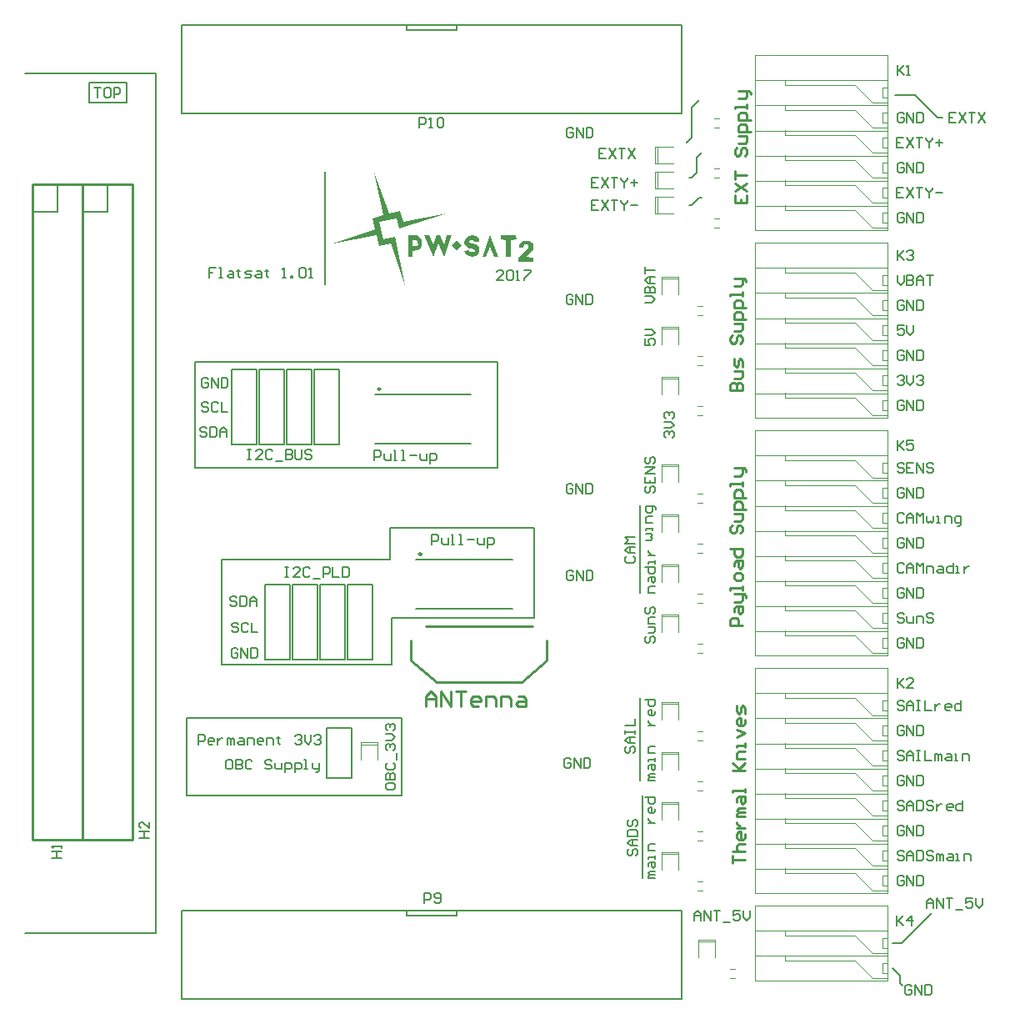
<source format=gto>
G04 Layer_Color=65535*
%FSAX25Y25*%
%MOIN*%
G70*
G01*
G75*
%ADD23C,0.01000*%
%ADD41C,0.00984*%
%ADD42C,0.00819*%
%ADD43C,0.00394*%
%ADD44C,0.00787*%
G36*
X0661590Y0508475D02*
X0659990D01*
X0658390Y0512275D01*
X0656790Y0508475D01*
X0655390D01*
X0658340Y0516975D01*
X0661590Y0508475D01*
D02*
G37*
G36*
X0668990Y0515275D02*
X0666590Y0515075D01*
Y0508475D01*
X0664790D01*
Y0515075D01*
X0662590Y0515275D01*
Y0517075D01*
X0668790D01*
X0668990Y0515275D01*
D02*
G37*
G36*
X0675590Y0513675D02*
Y0511275D01*
X0672590Y0508275D01*
X0675590Y0508075D01*
Y0506475D01*
X0669790D01*
Y0507675D01*
X0670790Y0509075D01*
X0673190Y0511275D01*
X0673790Y0512075D01*
Y0513075D01*
X0672990Y0513475D01*
X0672190Y0513275D01*
X0671790Y0512075D01*
X0669990D01*
X0670190Y0513475D01*
X0671790Y0514875D01*
X0674190D01*
X0675590Y0513675D01*
D02*
G37*
G36*
X0630190Y0516475D02*
X0630990Y0515475D01*
X0631190Y0514475D01*
Y0513475D01*
X0630990Y0512675D01*
X0630590Y0511875D01*
X0629390Y0511075D01*
X0627390Y0510875D01*
Y0508475D01*
X0625590D01*
Y0517075D01*
X0628990D01*
X0630190Y0516475D01*
D02*
G37*
G36*
X0647190Y0513075D02*
X0645090Y0511075D01*
X0643190Y0513075D01*
X0644990Y0514875D01*
X0647190Y0513075D01*
D02*
G37*
G36*
X0653390Y0516275D02*
X0653990Y0515475D01*
Y0514475D01*
X0652390D01*
X0651790Y0515075D01*
X0650390D01*
X0650190Y0514075D01*
X0651590Y0513675D01*
X0652790Y0513275D01*
X0654190Y0512475D01*
Y0510275D01*
X0653390Y0509075D01*
X0651790Y0508475D01*
X0650090Y0508675D01*
X0648590Y0509275D01*
X0647990Y0510875D01*
X0649990Y0511075D01*
X0650190Y0510475D01*
X0651990D01*
X0652590Y0510875D01*
X0652190Y0511475D01*
X0650790Y0511875D01*
X0650190Y0511875D01*
X0648990Y0512675D01*
X0648190Y0513875D01*
X0648390Y0515475D01*
X0649790Y0516875D01*
X0651790Y0517075D01*
X0653390Y0516275D01*
D02*
G37*
G36*
X0618190Y0525675D02*
X0622390Y0526675D01*
X0623790Y0522275D01*
X0641190Y0525675D01*
X0621990Y0519675D01*
X0620990Y0523875D01*
X0613990Y0522275D01*
X0615590Y0515475D01*
X0620390Y0516475D01*
X0624390Y0497075D01*
X0618790Y0513675D01*
X0614190Y0512675D01*
X0612990Y0517075D01*
X0595590Y0513675D01*
X0612390Y0519275D01*
X0611390Y0523675D01*
X0615790Y0525075D01*
X0612190Y0542075D01*
X0618190Y0525675D01*
D02*
G37*
G36*
X0639990Y0508475D02*
X0637590Y0513875D01*
X0635590Y0508475D01*
X0632190Y0517075D01*
X0633990D01*
X0635590Y0513275D01*
X0636990Y0517075D01*
X0638390D01*
X0639990Y0513075D01*
X0641190Y0517075D01*
X0642990D01*
X0639990Y0508475D01*
D02*
G37*
%LPC*%
G36*
X0628990Y0515075D02*
X0627390D01*
Y0512675D01*
X0628590D01*
X0628990Y0512875D01*
X0629590Y0513475D01*
X0629390Y0514475D01*
X0628990Y0515075D01*
D02*
G37*
%LPD*%
D23*
X0626835Y0347223D02*
Y0355236D01*
Y0347223D02*
X0636940Y0338307D01*
X0671060D02*
X0681165Y0347223D01*
Y0355236D01*
X0636940Y0338307D02*
X0670929D01*
X0632740Y0360748D02*
X0675260D01*
X0495434Y0537398D02*
X0515434D01*
X0495434Y0275398D02*
Y0537398D01*
Y0275398D02*
X0515434D01*
X0515433Y0275398D02*
Y0537398D01*
X0475453D02*
X0495453D01*
X0475453Y0275398D02*
Y0537398D01*
Y0275398D02*
X0495453D01*
X0495453Y0275398D02*
Y0537398D01*
X0759244Y0361000D02*
X0754521D01*
Y0363361D01*
X0755308Y0364149D01*
X0756883D01*
X0757670Y0363361D01*
Y0361000D01*
X0756096Y0366510D02*
Y0368084D01*
X0756883Y0368871D01*
X0759244D01*
Y0366510D01*
X0758457Y0365723D01*
X0757670Y0366510D01*
Y0368871D01*
X0756096Y0370446D02*
X0758457D01*
X0759244Y0371233D01*
Y0373594D01*
X0760031D01*
X0760818Y0372807D01*
Y0372020D01*
X0759244Y0373594D02*
X0756096D01*
X0759244Y0375169D02*
Y0376743D01*
Y0375956D01*
X0754521D01*
Y0375169D01*
X0759244Y0379891D02*
Y0381466D01*
X0758457Y0382253D01*
X0756883D01*
X0756096Y0381466D01*
Y0379891D01*
X0756883Y0379104D01*
X0758457D01*
X0759244Y0379891D01*
X0756096Y0384614D02*
Y0386189D01*
X0756883Y0386976D01*
X0759244D01*
Y0384614D01*
X0758457Y0383827D01*
X0757670Y0384614D01*
Y0386976D01*
X0754521Y0391699D02*
X0759244D01*
Y0389337D01*
X0758457Y0388550D01*
X0756883D01*
X0756096Y0389337D01*
Y0391699D01*
X0755308Y0401145D02*
X0754521Y0400357D01*
Y0398783D01*
X0755308Y0397996D01*
X0756096D01*
X0756883Y0398783D01*
Y0400357D01*
X0757670Y0401145D01*
X0758457D01*
X0759244Y0400357D01*
Y0398783D01*
X0758457Y0397996D01*
X0756096Y0402719D02*
X0758457D01*
X0759244Y0403506D01*
Y0405867D01*
X0756096D01*
X0760818Y0407442D02*
X0756096D01*
Y0409803D01*
X0756883Y0410590D01*
X0758457D01*
X0759244Y0409803D01*
Y0407442D01*
X0760818Y0412164D02*
X0756096D01*
Y0414526D01*
X0756883Y0415313D01*
X0758457D01*
X0759244Y0414526D01*
Y0412164D01*
Y0416887D02*
Y0418462D01*
Y0417675D01*
X0754521D01*
Y0416887D01*
X0756096Y0420823D02*
X0758457D01*
X0759244Y0421610D01*
Y0423972D01*
X0760031D01*
X0760818Y0423185D01*
Y0422398D01*
X0759244Y0423972D02*
X0756096D01*
X0754521Y0455000D02*
X0759244D01*
Y0457361D01*
X0758457Y0458149D01*
X0757670D01*
X0756883Y0457361D01*
Y0455000D01*
Y0457361D01*
X0756096Y0458149D01*
X0755308D01*
X0754521Y0457361D01*
Y0455000D01*
X0756096Y0459723D02*
X0758457D01*
X0759244Y0460510D01*
Y0462872D01*
X0756096D01*
X0759244Y0464446D02*
Y0466807D01*
X0758457Y0467594D01*
X0757670Y0466807D01*
Y0465233D01*
X0756883Y0464446D01*
X0756096Y0465233D01*
Y0467594D01*
X0755308Y0477040D02*
X0754521Y0476253D01*
Y0474679D01*
X0755308Y0473891D01*
X0756096D01*
X0756883Y0474679D01*
Y0476253D01*
X0757670Y0477040D01*
X0758457D01*
X0759244Y0476253D01*
Y0474679D01*
X0758457Y0473891D01*
X0756096Y0478614D02*
X0758457D01*
X0759244Y0479402D01*
Y0481763D01*
X0756096D01*
X0760818Y0483337D02*
X0756096D01*
Y0485699D01*
X0756883Y0486486D01*
X0758457D01*
X0759244Y0485699D01*
Y0483337D01*
X0760818Y0488060D02*
X0756096D01*
Y0490422D01*
X0756883Y0491209D01*
X0758457D01*
X0759244Y0490422D01*
Y0488060D01*
Y0492783D02*
Y0494357D01*
Y0493570D01*
X0754521D01*
Y0492783D01*
X0756096Y0496719D02*
X0758457D01*
X0759244Y0497506D01*
Y0499867D01*
X0760031D01*
X0760818Y0499080D01*
Y0498293D01*
X0759244Y0499867D02*
X0756096D01*
X0755521Y0266000D02*
Y0269149D01*
Y0267574D01*
X0760244D01*
X0755521Y0270723D02*
X0760244D01*
X0757883D01*
X0757095Y0271510D01*
Y0273084D01*
X0757883Y0273871D01*
X0760244D01*
Y0277807D02*
Y0276233D01*
X0759457Y0275446D01*
X0757883D01*
X0757095Y0276233D01*
Y0277807D01*
X0757883Y0278594D01*
X0758670D01*
Y0275446D01*
X0757095Y0280169D02*
X0760244D01*
X0758670D01*
X0757883Y0280956D01*
X0757095Y0281743D01*
Y0282530D01*
X0760244Y0284892D02*
X0757095D01*
Y0285679D01*
X0757883Y0286466D01*
X0760244D01*
X0757883D01*
X0757095Y0287253D01*
X0757883Y0288040D01*
X0760244D01*
X0757095Y0290402D02*
Y0291976D01*
X0757883Y0292763D01*
X0760244D01*
Y0290402D01*
X0759457Y0289614D01*
X0758670Y0290402D01*
Y0292763D01*
X0760244Y0294337D02*
Y0295912D01*
Y0295124D01*
X0755521D01*
Y0294337D01*
Y0302996D02*
X0760244D01*
X0758670D01*
X0755521Y0306144D01*
X0757883Y0303783D01*
X0760244Y0306144D01*
Y0307719D02*
X0757095D01*
Y0310080D01*
X0757883Y0310867D01*
X0760244D01*
Y0312442D02*
Y0314016D01*
Y0313229D01*
X0757095D01*
Y0312442D01*
Y0316377D02*
X0760244Y0317952D01*
X0757095Y0319526D01*
X0760244Y0323462D02*
Y0321887D01*
X0759457Y0321100D01*
X0757883D01*
X0757095Y0321887D01*
Y0323462D01*
X0757883Y0324249D01*
X0758670D01*
Y0321100D01*
X0760244Y0325823D02*
Y0328185D01*
X0759457Y0328972D01*
X0758670Y0328185D01*
Y0326610D01*
X0757883Y0325823D01*
X0757095Y0326610D01*
Y0328972D01*
X0756277Y0533149D02*
Y0530000D01*
X0761000D01*
Y0533149D01*
X0758639Y0530000D02*
Y0531574D01*
X0756277Y0534723D02*
X0761000Y0537872D01*
X0756277D02*
X0761000Y0534723D01*
X0756277Y0539446D02*
Y0542594D01*
Y0541020D01*
X0761000D01*
X0757064Y0552040D02*
X0756277Y0551253D01*
Y0549679D01*
X0757064Y0548891D01*
X0757851D01*
X0758639Y0549679D01*
Y0551253D01*
X0759426Y0552040D01*
X0760213D01*
X0761000Y0551253D01*
Y0549679D01*
X0760213Y0548891D01*
X0757851Y0553614D02*
X0760213D01*
X0761000Y0554402D01*
Y0556763D01*
X0757851D01*
X0762574Y0558337D02*
X0757851D01*
Y0560699D01*
X0758639Y0561486D01*
X0760213D01*
X0761000Y0560699D01*
Y0558337D01*
X0762574Y0563060D02*
X0757851D01*
Y0565422D01*
X0758639Y0566209D01*
X0760213D01*
X0761000Y0565422D01*
Y0563060D01*
Y0567783D02*
Y0569357D01*
Y0568570D01*
X0756277D01*
Y0567783D01*
X0757851Y0571719D02*
X0760213D01*
X0761000Y0572506D01*
Y0574867D01*
X0761787D01*
X0762574Y0574080D01*
Y0573293D01*
X0761000Y0574867D02*
X0757851D01*
X0632748Y0328874D02*
Y0332873D01*
X0634747Y0334872D01*
X0636747Y0332873D01*
Y0328874D01*
Y0331873D01*
X0632748D01*
X0638746Y0328874D02*
Y0334872D01*
X0642745Y0328874D01*
Y0334872D01*
X0644744D02*
X0648743D01*
X0646743D01*
Y0328874D01*
X0653741D02*
X0651742D01*
X0650742Y0329874D01*
Y0331873D01*
X0651742Y0332873D01*
X0653741D01*
X0654741Y0331873D01*
Y0330873D01*
X0650742D01*
X0656740Y0328874D02*
Y0332873D01*
X0659739D01*
X0660739Y0331873D01*
Y0328874D01*
X0662738D02*
Y0332873D01*
X0665737D01*
X0666737Y0331873D01*
Y0328874D01*
X0669736Y0332873D02*
X0671735D01*
X0672735Y0331873D01*
Y0328874D01*
X0669736D01*
X0668736Y0329874D01*
X0669736Y0330873D01*
X0672735D01*
D41*
X0614492Y0455600D02*
G03*
X0614492Y0455600I-0000492J0000000D01*
G01*
X0630992Y0389600D02*
G03*
X0630992Y0389600I-0000492J0000000D01*
G01*
D42*
X0592500Y0497500D02*
Y0542500D01*
X0497900Y0578200D02*
X0512900D01*
Y0570200D02*
Y0578200D01*
X0497900Y0570200D02*
X0512900D01*
X0497900D02*
Y0578200D01*
X0719244Y0260000D02*
Y0293000D01*
X0718244Y0299000D02*
Y0332000D01*
Y0374000D02*
Y0409000D01*
X0837244Y0564000D02*
X0839244D01*
X0828244Y0573000D02*
X0837244Y0564000D01*
X0820244Y0573000D02*
X0828244D01*
X0823000Y0234000D02*
X0835000Y0246000D01*
X0819244Y0234000D02*
X0823000D01*
X0822244Y0218000D02*
X0823244Y0217000D01*
X0819244Y0224000D02*
X0822244Y0221000D01*
Y0218000D02*
Y0221000D01*
X0645000Y0599000D02*
Y0601000D01*
X0625000Y0599000D02*
X0645000D01*
X0625000D02*
Y0601000D01*
X0645000Y0245000D02*
Y0247000D01*
X0625000Y0245000D02*
X0645000D01*
X0625000D02*
Y0247000D01*
X0739000Y0556000D02*
Y0568000D01*
X0742000Y0571000D01*
X0738000Y0540000D02*
X0739000D01*
X0741000Y0542000D01*
Y0548000D01*
X0743000Y0550000D01*
X0738000Y0529000D02*
X0739000D01*
X0742000Y0532000D01*
X0743000D01*
X0737000Y0554000D02*
X0739000Y0556000D01*
X0599500Y0466500D02*
X0657000D01*
X0540500Y0424000D02*
Y0466500D01*
Y0424000D02*
X0661500D01*
X0540500Y0466500D02*
X0604000D01*
X0551000Y0324000D02*
X0623000D01*
X0537000Y0293100D02*
Y0324000D01*
Y0293100D02*
X0623000D01*
Y0324000D01*
X0524700Y0238000D02*
Y0581900D01*
X0472400Y0238000D02*
X0524700D01*
X0515000Y0581900D02*
X0524700D01*
X0472500D02*
X0515000D01*
X0661500Y0424000D02*
Y0466500D01*
X0657000D02*
X0661500D01*
X0537000Y0324000D02*
X0551000D01*
Y0345500D02*
X0619000D01*
Y0364000D01*
X0676000D01*
Y0400000D01*
X0618500D02*
X0676000D01*
X0551000Y0345500D02*
Y0387500D01*
X0618500D01*
Y0400000D01*
D43*
X0741653Y0234756D02*
X0748347D01*
X0741653Y0235543D02*
X0748347D01*
X0741653Y0228457D02*
Y0235543D01*
X0748347Y0228457D02*
Y0235543D01*
X0726898Y0424756D02*
X0733591D01*
X0726898Y0425543D02*
X0733591D01*
X0726898Y0418457D02*
Y0425543D01*
X0733591Y0418457D02*
Y0425543D01*
X0726898Y0384756D02*
X0733591D01*
X0726898Y0385543D02*
X0733591D01*
X0726898Y0378457D02*
Y0385543D01*
X0733591Y0378457D02*
Y0385543D01*
X0726898Y0364756D02*
X0733591D01*
X0726898Y0365543D02*
X0733591D01*
X0726898Y0358457D02*
Y0365543D01*
X0733591Y0358457D02*
Y0365543D01*
X0726898Y0329756D02*
X0733591D01*
X0726898Y0330543D02*
X0733591D01*
X0726898Y0323457D02*
Y0330543D01*
X0733591Y0323457D02*
Y0330543D01*
X0726898Y0309756D02*
X0733591D01*
X0726898Y0310543D02*
X0733591D01*
X0726898Y0303457D02*
Y0310543D01*
X0733591Y0303457D02*
Y0310543D01*
X0726898Y0289756D02*
X0733591D01*
X0726898Y0290543D02*
X0733591D01*
X0726898Y0283457D02*
Y0290543D01*
X0733591Y0283457D02*
Y0290543D01*
X0726898Y0269756D02*
X0733591D01*
X0726898Y0270543D02*
X0733591D01*
X0726898Y0263457D02*
Y0270543D01*
X0733591Y0263457D02*
Y0270543D01*
X0726898Y0499756D02*
X0733591D01*
X0726898Y0500543D02*
X0733591D01*
X0726898Y0493457D02*
Y0500543D01*
X0733591Y0493457D02*
Y0500543D01*
X0726898Y0479756D02*
X0733591D01*
X0726898Y0480543D02*
X0733591D01*
X0726898Y0473457D02*
Y0480543D01*
X0733591Y0473457D02*
Y0480543D01*
X0726898Y0459756D02*
X0733591D01*
X0726898Y0460543D02*
X0733591D01*
X0726898Y0453457D02*
Y0460543D01*
X0733591Y0453457D02*
Y0460543D01*
X0764244Y0219000D02*
Y0249000D01*
X0817244Y0219000D02*
Y0249000D01*
X0764244Y0219000D02*
X0817244D01*
X0764244Y0249000D02*
X0817244D01*
X0764244Y0239000D02*
X0817244D01*
X0764244Y0229000D02*
X0817244D01*
X0811244Y0220000D02*
X0817244D01*
X0804244Y0227000D02*
X0811244Y0220000D01*
X0776244Y0227000D02*
X0804244D01*
X0776244D02*
Y0229000D01*
X0811244Y0230000D02*
X0817244D01*
X0804244Y0237000D02*
X0811244Y0230000D01*
X0776244Y0237000D02*
X0804244D01*
X0776244D02*
Y0239000D01*
X0815244Y0232000D02*
X0817244D01*
X0815244D02*
Y0236000D01*
X0817244D01*
X0815244Y0222000D02*
X0817244D01*
X0815244D02*
Y0226000D01*
X0817244D01*
X0815244Y0542000D02*
Y0546000D01*
X0776244Y0547000D02*
Y0549000D01*
Y0547000D02*
X0804244D01*
X0811244Y0540000D01*
X0815244Y0546000D02*
X0817244D01*
X0815244Y0542000D02*
X0817244D01*
X0811244Y0540000D02*
X0817244D01*
X0764244Y0548900D02*
X0817244D01*
X0815244Y0566000D02*
X0817244D01*
X0815244Y0562000D02*
Y0566000D01*
Y0562000D02*
X0817244D01*
X0815244Y0576000D02*
X0817244D01*
X0815244Y0572000D02*
Y0576000D01*
Y0572000D02*
X0817244D01*
X0776244Y0577000D02*
Y0579000D01*
Y0577000D02*
X0804244D01*
X0811244Y0570000D01*
X0817244D01*
X0776244Y0567000D02*
Y0569000D01*
Y0567000D02*
X0804244D01*
X0811244Y0560000D01*
X0817244D01*
X0764244Y0569000D02*
X0817244D01*
X0764244Y0579000D02*
X0817244D01*
X0764244Y0589000D02*
X0817244D01*
Y0519100D02*
Y0589000D01*
X0815244Y0552000D02*
Y0556000D01*
X0776244Y0557000D02*
Y0559000D01*
Y0557000D02*
X0804244D01*
X0811244Y0550000D01*
X0815244Y0556000D02*
X0817244D01*
X0815244Y0552000D02*
X0817244D01*
X0811244Y0550000D02*
X0817244D01*
X0764244Y0519100D02*
Y0589000D01*
Y0558900D02*
X0817244D01*
X0815244Y0532000D02*
Y0536000D01*
X0776244Y0537000D02*
Y0539000D01*
Y0537000D02*
X0804244D01*
X0811244Y0530000D01*
X0815244Y0536000D02*
X0817244D01*
X0815244Y0532000D02*
X0817244D01*
X0811244Y0530000D02*
X0817244D01*
X0764244Y0538900D02*
X0817244D01*
X0815244Y0522000D02*
Y0526000D01*
X0776244Y0527000D02*
Y0529000D01*
Y0527000D02*
X0804244D01*
X0811244Y0520000D01*
X0815244Y0526000D02*
X0817244D01*
X0815244Y0522000D02*
X0817244D01*
X0811244Y0520000D02*
X0817244D01*
X0764244Y0519000D02*
X0817244D01*
X0764244Y0528900D02*
X0817244D01*
X0815244Y0362000D02*
Y0366000D01*
X0776244Y0367000D02*
Y0369000D01*
Y0367000D02*
X0804244D01*
X0811244Y0360000D01*
X0815244Y0366000D02*
X0817244D01*
X0815244Y0362000D02*
X0817244D01*
X0811244Y0360000D02*
X0817244D01*
X0764244Y0368900D02*
X0817244D01*
X0815244Y0392000D02*
Y0396000D01*
X0776244Y0397000D02*
Y0399000D01*
Y0397000D02*
X0804244D01*
X0811244Y0390000D01*
X0815244Y0396000D02*
X0817244D01*
X0815244Y0392000D02*
X0817244D01*
X0811244Y0390000D02*
X0817244D01*
X0764244Y0398900D02*
X0817244D01*
X0815244Y0416000D02*
X0817244D01*
X0815244Y0412000D02*
Y0416000D01*
Y0412000D02*
X0817244D01*
X0815244Y0426000D02*
X0817244D01*
X0815244Y0422000D02*
Y0426000D01*
Y0422000D02*
X0817244D01*
X0776244Y0427000D02*
Y0429000D01*
Y0427000D02*
X0804244D01*
X0811244Y0420000D01*
X0817244D01*
X0776244Y0417000D02*
Y0419000D01*
Y0417000D02*
X0804244D01*
X0811244Y0410000D01*
X0817244D01*
X0764244Y0419000D02*
X0817244D01*
X0764244Y0429000D02*
X0817244D01*
X0764244Y0439000D02*
X0817244D01*
Y0349100D02*
Y0439000D01*
X0815244Y0402000D02*
Y0406000D01*
X0776244Y0407000D02*
Y0409000D01*
Y0407000D02*
X0804244D01*
X0811244Y0400000D01*
X0815244Y0406000D02*
X0817244D01*
X0815244Y0402000D02*
X0817244D01*
X0811244Y0400000D02*
X0817244D01*
X0764244Y0349100D02*
Y0439000D01*
Y0408900D02*
X0817244D01*
X0815244Y0382000D02*
Y0386000D01*
X0776244Y0387000D02*
Y0389000D01*
Y0387000D02*
X0804244D01*
X0811244Y0380000D01*
X0815244Y0386000D02*
X0817244D01*
X0815244Y0382000D02*
X0817244D01*
X0811244Y0380000D02*
X0817244D01*
X0764244Y0388900D02*
X0817244D01*
X0815244Y0372000D02*
Y0376000D01*
X0776244Y0377000D02*
Y0379000D01*
Y0377000D02*
X0804244D01*
X0811244Y0370000D01*
X0815244Y0376000D02*
X0817244D01*
X0815244Y0372000D02*
X0817244D01*
X0811244Y0370000D02*
X0817244D01*
X0764244Y0378900D02*
X0817244D01*
X0815244Y0352000D02*
Y0356000D01*
X0776244Y0357000D02*
Y0359000D01*
Y0357000D02*
X0804244D01*
X0811244Y0350000D01*
X0815244Y0356000D02*
X0817244D01*
X0815244Y0352000D02*
X0817244D01*
X0811244Y0350000D02*
X0817244D01*
X0764244Y0349000D02*
X0817244D01*
X0764244Y0358900D02*
X0817244D01*
X0815244Y0467000D02*
Y0471000D01*
X0776244Y0472000D02*
Y0474000D01*
Y0472000D02*
X0804244D01*
X0811244Y0465000D01*
X0815244Y0471000D02*
X0817244D01*
X0815244Y0467000D02*
X0817244D01*
X0811244Y0465000D02*
X0817244D01*
X0764244Y0473900D02*
X0817244D01*
X0815244Y0491000D02*
X0817244D01*
X0815244Y0487000D02*
Y0491000D01*
Y0487000D02*
X0817244D01*
X0815244Y0501000D02*
X0817244D01*
X0815244Y0497000D02*
Y0501000D01*
Y0497000D02*
X0817244D01*
X0776244Y0502000D02*
Y0504000D01*
Y0502000D02*
X0804244D01*
X0811244Y0495000D01*
X0817244D01*
X0776244Y0492000D02*
Y0494000D01*
Y0492000D02*
X0804244D01*
X0811244Y0485000D01*
X0817244D01*
X0764244Y0494000D02*
X0817244D01*
X0764244Y0504000D02*
X0817244D01*
X0764244Y0514000D02*
X0817244D01*
Y0444100D02*
Y0514000D01*
X0815244Y0477000D02*
Y0481000D01*
X0776244Y0482000D02*
Y0484000D01*
Y0482000D02*
X0804244D01*
X0811244Y0475000D01*
X0815244Y0481000D02*
X0817244D01*
X0815244Y0477000D02*
X0817244D01*
X0811244Y0475000D02*
X0817244D01*
X0764244Y0444100D02*
Y0514000D01*
Y0483900D02*
X0817244D01*
X0815244Y0457000D02*
Y0461000D01*
X0776244Y0462000D02*
Y0464000D01*
Y0462000D02*
X0804244D01*
X0811244Y0455000D01*
X0815244Y0461000D02*
X0817244D01*
X0815244Y0457000D02*
X0817244D01*
X0811244Y0455000D02*
X0817244D01*
X0764244Y0463900D02*
X0817244D01*
X0815244Y0447000D02*
Y0451000D01*
X0776244Y0452000D02*
Y0454000D01*
Y0452000D02*
X0804244D01*
X0811244Y0445000D01*
X0815244Y0451000D02*
X0817244D01*
X0815244Y0447000D02*
X0817244D01*
X0811244Y0445000D02*
X0817244D01*
X0764244Y0444000D02*
X0817244D01*
X0764244Y0453900D02*
X0817244D01*
X0815244Y0267000D02*
Y0271000D01*
X0776244Y0272000D02*
Y0274000D01*
Y0272000D02*
X0804244D01*
X0811244Y0265000D01*
X0815244Y0271000D02*
X0817244D01*
X0815244Y0267000D02*
X0817244D01*
X0811244Y0265000D02*
X0817244D01*
X0764244Y0273900D02*
X0817244D01*
X0815244Y0297000D02*
Y0301000D01*
X0776244Y0302000D02*
Y0304000D01*
Y0302000D02*
X0804244D01*
X0811244Y0295000D01*
X0815244Y0301000D02*
X0817244D01*
X0815244Y0297000D02*
X0817244D01*
X0811244Y0295000D02*
X0817244D01*
X0764244Y0303900D02*
X0817244D01*
X0815244Y0321000D02*
X0817244D01*
X0815244Y0317000D02*
Y0321000D01*
Y0317000D02*
X0817244D01*
X0815244Y0331000D02*
X0817244D01*
X0815244Y0327000D02*
Y0331000D01*
Y0327000D02*
X0817244D01*
X0776244Y0332000D02*
Y0334000D01*
Y0332000D02*
X0804244D01*
X0811244Y0325000D01*
X0817244D01*
X0776244Y0322000D02*
Y0324000D01*
Y0322000D02*
X0804244D01*
X0811244Y0315000D01*
X0817244D01*
X0764244Y0324000D02*
X0817244D01*
X0764244Y0334000D02*
X0817244D01*
X0764244Y0344000D02*
X0817244D01*
Y0254100D02*
Y0344000D01*
X0815244Y0307000D02*
Y0311000D01*
X0776244Y0312000D02*
Y0314000D01*
Y0312000D02*
X0804244D01*
X0811244Y0305000D01*
X0815244Y0311000D02*
X0817244D01*
X0815244Y0307000D02*
X0817244D01*
X0811244Y0305000D02*
X0817244D01*
X0764244Y0254100D02*
Y0344000D01*
Y0313900D02*
X0817244D01*
X0815244Y0287000D02*
Y0291000D01*
X0776244Y0292000D02*
Y0294000D01*
Y0292000D02*
X0804244D01*
X0811244Y0285000D01*
X0815244Y0291000D02*
X0817244D01*
X0815244Y0287000D02*
X0817244D01*
X0811244Y0285000D02*
X0817244D01*
X0764244Y0293900D02*
X0817244D01*
X0815244Y0277000D02*
Y0281000D01*
X0776244Y0282000D02*
Y0284000D01*
Y0282000D02*
X0804244D01*
X0811244Y0275000D01*
X0815244Y0281000D02*
X0817244D01*
X0815244Y0277000D02*
X0817244D01*
X0811244Y0275000D02*
X0817244D01*
X0764244Y0283900D02*
X0817244D01*
X0815244Y0257000D02*
Y0261000D01*
X0776244Y0262000D02*
Y0264000D01*
Y0262000D02*
X0804244D01*
X0811244Y0255000D01*
X0815244Y0261000D02*
X0817244D01*
X0815244Y0257000D02*
X0817244D01*
X0811244Y0255000D02*
X0817244D01*
X0764244Y0254000D02*
X0817244D01*
X0764244Y0263900D02*
X0817244D01*
X0754472Y0220228D02*
X0756441D01*
X0754472Y0223772D02*
X0756441D01*
X0741260Y0370228D02*
X0743228D01*
X0741260Y0373772D02*
X0743228D01*
X0741260Y0390228D02*
X0743228D01*
X0741260Y0393772D02*
X0743228D01*
X0741260Y0350228D02*
X0743228D01*
X0741260Y0353772D02*
X0743228D01*
X0741260Y0410228D02*
X0743228D01*
X0741260Y0413772D02*
X0743228D01*
X0741260Y0315228D02*
X0743228D01*
X0741260Y0318772D02*
X0743228D01*
X0741260Y0295228D02*
X0743228D01*
X0741260Y0298772D02*
X0743228D01*
X0741260Y0275228D02*
X0743228D01*
X0741260Y0278772D02*
X0743228D01*
X0741260Y0255228D02*
X0743228D01*
X0741260Y0258772D02*
X0743228D01*
X0741260Y0485228D02*
X0743228D01*
X0741260Y0488772D02*
X0743228D01*
X0741260Y0465228D02*
X0743228D01*
X0741260Y0468772D02*
X0743228D01*
X0741260Y0445228D02*
X0743228D01*
X0741260Y0448772D02*
X0743228D01*
X0726898Y0404756D02*
X0733591D01*
X0726898Y0405543D02*
X0733591D01*
X0726898Y0398457D02*
Y0405543D01*
X0733591Y0398457D02*
Y0405543D01*
X0748016Y0563772D02*
X0749984D01*
X0748016Y0560228D02*
X0749984D01*
X0748016Y0543772D02*
X0749984D01*
X0748016Y0540228D02*
X0749984D01*
X0748016Y0523772D02*
X0749984D01*
X0748016Y0520228D02*
X0749984D01*
X0724457Y0552347D02*
X0731543D01*
X0724457Y0545653D02*
X0731543D01*
X0724457D02*
Y0552347D01*
X0725244Y0545653D02*
Y0552347D01*
X0724457Y0542346D02*
X0731543D01*
X0724457Y0535653D02*
X0731543D01*
X0724457D02*
Y0542346D01*
X0725244Y0535653D02*
Y0542346D01*
X0724457Y0532346D02*
X0731543D01*
X0724457Y0525654D02*
X0731543D01*
X0724457D02*
Y0532346D01*
X0725244Y0525654D02*
Y0532346D01*
X0613447Y0307257D02*
Y0314343D01*
X0606753Y0307257D02*
Y0314343D01*
X0613447D01*
X0606753Y0313556D02*
X0613447D01*
D44*
X0612209Y0453303D02*
X0650792D01*
X0612209Y0433697D02*
X0650792D01*
X0628709Y0387303D02*
X0667291D01*
X0628709Y0367697D02*
X0667291D01*
X0566000Y0463500D02*
X0576000D01*
Y0433500D02*
Y0463500D01*
X0566000Y0433500D02*
X0576000D01*
X0566000D02*
Y0463500D01*
X0555000D02*
X0565000D01*
Y0433500D02*
Y0463500D01*
X0555000Y0433500D02*
X0565000D01*
X0555000D02*
Y0463500D01*
X0577000D02*
X0587000D01*
Y0433500D02*
Y0463500D01*
X0577000Y0433500D02*
X0587000D01*
X0577000D02*
Y0463500D01*
X0590500Y0347500D02*
X0600500D01*
X0590500D02*
Y0377500D01*
X0600500D01*
Y0347500D02*
Y0377500D01*
X0568500Y0347500D02*
X0578500D01*
X0568500D02*
Y0377500D01*
X0578500D01*
Y0347500D02*
Y0377500D01*
X0535000Y0601000D02*
X0735000D01*
X0535000Y0565900D02*
X0735000D01*
Y0601000D01*
X0535000Y0565900D02*
Y0601000D01*
Y0247000D02*
X0735000D01*
X0535000Y0211900D02*
X0735000D01*
Y0247000D01*
X0535000Y0211900D02*
Y0247000D01*
X0601500Y0347500D02*
X0611500D01*
X0601500D02*
Y0377500D01*
X0611500D01*
Y0347500D02*
Y0377500D01*
X0588000Y0463500D02*
X0598000D01*
Y0433500D02*
Y0463500D01*
X0588000Y0433500D02*
X0598000D01*
X0588000D02*
Y0463500D01*
X0495433Y0526398D02*
X0505433D01*
Y0537398D01*
X0475453Y0526398D02*
X0485453D01*
Y0537398D01*
X0603200Y0300000D02*
Y0320000D01*
X0593200D02*
X0603200D01*
X0593200Y0300000D02*
Y0320000D01*
Y0300000D02*
X0603200D01*
X0579500Y0347500D02*
X0589500D01*
X0579500D02*
Y0377500D01*
X0589500D01*
Y0347500D02*
Y0377500D01*
X0691524Y0417180D02*
X0690868Y0417836D01*
X0689556D01*
X0688900Y0417180D01*
Y0414556D01*
X0689556Y0413900D01*
X0690868D01*
X0691524Y0414556D01*
Y0415868D01*
X0690212D01*
X0692836Y0413900D02*
Y0417836D01*
X0695460Y0413900D01*
Y0417836D01*
X0696771D02*
Y0413900D01*
X0698739D01*
X0699395Y0414556D01*
Y0417180D01*
X0698739Y0417836D01*
X0696771D01*
X0690624Y0307280D02*
X0689968Y0307936D01*
X0688656D01*
X0688000Y0307280D01*
Y0304656D01*
X0688656Y0304000D01*
X0689968D01*
X0690624Y0304656D01*
Y0305968D01*
X0689312D01*
X0691936Y0304000D02*
Y0307936D01*
X0694560Y0304000D01*
Y0307936D01*
X0695871D02*
Y0304000D01*
X0697839D01*
X0698495Y0304656D01*
Y0307280D01*
X0697839Y0307936D01*
X0695871D01*
X0691524Y0492780D02*
X0690868Y0493436D01*
X0689556D01*
X0688900Y0492780D01*
Y0490156D01*
X0689556Y0489500D01*
X0690868D01*
X0691524Y0490156D01*
Y0491468D01*
X0690212D01*
X0692836Y0489500D02*
Y0493436D01*
X0695460Y0489500D01*
Y0493436D01*
X0696771D02*
Y0489500D01*
X0698739D01*
X0699395Y0490156D01*
Y0492780D01*
X0698739Y0493436D01*
X0696771D01*
X0691624Y0559280D02*
X0690968Y0559936D01*
X0689656D01*
X0689000Y0559280D01*
Y0556656D01*
X0689656Y0556000D01*
X0690968D01*
X0691624Y0556656D01*
Y0557968D01*
X0690312D01*
X0692936Y0556000D02*
Y0559936D01*
X0695560Y0556000D01*
Y0559936D01*
X0696872D02*
Y0556000D01*
X0698839D01*
X0699495Y0556656D01*
Y0559280D01*
X0698839Y0559936D01*
X0696872D01*
X0691624Y0382280D02*
X0690968Y0382936D01*
X0689656D01*
X0689000Y0382280D01*
Y0379656D01*
X0689656Y0379000D01*
X0690968D01*
X0691624Y0379656D01*
Y0380968D01*
X0690312D01*
X0692936Y0379000D02*
Y0382936D01*
X0695560Y0379000D01*
Y0382936D01*
X0696872D02*
Y0379000D01*
X0698839D01*
X0699495Y0379656D01*
Y0382280D01*
X0698839Y0382936D01*
X0696872D01*
X0823868Y0425280D02*
X0823212Y0425936D01*
X0821900D01*
X0821244Y0425280D01*
Y0424624D01*
X0821900Y0423968D01*
X0823212D01*
X0823868Y0423312D01*
Y0422656D01*
X0823212Y0422000D01*
X0821900D01*
X0821244Y0422656D01*
X0827804Y0425936D02*
X0825180D01*
Y0422000D01*
X0827804D01*
X0825180Y0423968D02*
X0826492D01*
X0829116Y0422000D02*
Y0425936D01*
X0831739Y0422000D01*
Y0425936D01*
X0835675Y0425280D02*
X0835019Y0425936D01*
X0833707D01*
X0833051Y0425280D01*
Y0424624D01*
X0833707Y0423968D01*
X0835019D01*
X0835675Y0423312D01*
Y0422656D01*
X0835019Y0422000D01*
X0833707D01*
X0833051Y0422656D01*
X0823868Y0405280D02*
X0823212Y0405936D01*
X0821900D01*
X0821244Y0405280D01*
Y0402656D01*
X0821900Y0402000D01*
X0823212D01*
X0823868Y0402656D01*
X0825180Y0402000D02*
Y0404624D01*
X0826492Y0405936D01*
X0827804Y0404624D01*
Y0402000D01*
Y0403968D01*
X0825180D01*
X0829116Y0402000D02*
Y0405936D01*
X0830427Y0404624D01*
X0831739Y0405936D01*
Y0402000D01*
X0833051Y0404624D02*
Y0402656D01*
X0833707Y0402000D01*
X0834363Y0402656D01*
X0835019Y0402000D01*
X0835675Y0402656D01*
Y0404624D01*
X0836987Y0402000D02*
X0838299D01*
X0837643D01*
Y0404624D01*
X0836987D01*
X0840267Y0402000D02*
Y0404624D01*
X0842235D01*
X0842891Y0403968D01*
Y0402000D01*
X0845514Y0400688D02*
X0846170D01*
X0846826Y0401344D01*
Y0404624D01*
X0844858D01*
X0844203Y0403968D01*
Y0402656D01*
X0844858Y0402000D01*
X0846826D01*
X0823868Y0385280D02*
X0823212Y0385936D01*
X0821900D01*
X0821244Y0385280D01*
Y0382656D01*
X0821900Y0382000D01*
X0823212D01*
X0823868Y0382656D01*
X0825180Y0382000D02*
Y0384624D01*
X0826492Y0385936D01*
X0827804Y0384624D01*
Y0382000D01*
Y0383968D01*
X0825180D01*
X0829116Y0382000D02*
Y0385936D01*
X0830427Y0384624D01*
X0831739Y0385936D01*
Y0382000D01*
X0833051D02*
Y0384624D01*
X0835019D01*
X0835675Y0383968D01*
Y0382000D01*
X0837643Y0384624D02*
X0838955D01*
X0839611Y0383968D01*
Y0382000D01*
X0837643D01*
X0836987Y0382656D01*
X0837643Y0383312D01*
X0839611D01*
X0843547Y0385936D02*
Y0382000D01*
X0841579D01*
X0840923Y0382656D01*
Y0383968D01*
X0841579Y0384624D01*
X0843547D01*
X0844858Y0382000D02*
X0846170D01*
X0845514D01*
Y0384624D01*
X0844858D01*
X0848138D02*
Y0382000D01*
Y0383312D01*
X0848794Y0383968D01*
X0849450Y0384624D01*
X0850106D01*
X0823868Y0365280D02*
X0823212Y0365936D01*
X0821900D01*
X0821244Y0365280D01*
Y0364624D01*
X0821900Y0363968D01*
X0823212D01*
X0823868Y0363312D01*
Y0362656D01*
X0823212Y0362000D01*
X0821900D01*
X0821244Y0362656D01*
X0825180Y0364624D02*
Y0362656D01*
X0825836Y0362000D01*
X0827804D01*
Y0364624D01*
X0829116Y0362000D02*
Y0364624D01*
X0831083D01*
X0831739Y0363968D01*
Y0362000D01*
X0835675Y0365280D02*
X0835019Y0365936D01*
X0833707D01*
X0833051Y0365280D01*
Y0364624D01*
X0833707Y0363968D01*
X0835019D01*
X0835675Y0363312D01*
Y0362656D01*
X0835019Y0362000D01*
X0833707D01*
X0833051Y0362656D01*
X0821244Y0460280D02*
X0821900Y0460936D01*
X0823212D01*
X0823868Y0460280D01*
Y0459624D01*
X0823212Y0458968D01*
X0822556D01*
X0823212D01*
X0823868Y0458312D01*
Y0457656D01*
X0823212Y0457000D01*
X0821900D01*
X0821244Y0457656D01*
X0825180Y0460936D02*
Y0458312D01*
X0826492Y0457000D01*
X0827804Y0458312D01*
Y0460936D01*
X0829116Y0460280D02*
X0829772Y0460936D01*
X0831083D01*
X0831739Y0460280D01*
Y0459624D01*
X0831083Y0458968D01*
X0830427D01*
X0831083D01*
X0831739Y0458312D01*
Y0457656D01*
X0831083Y0457000D01*
X0829772D01*
X0829116Y0457656D01*
X0823868Y0480936D02*
X0821244D01*
Y0478968D01*
X0822556Y0479624D01*
X0823212D01*
X0823868Y0478968D01*
Y0477656D01*
X0823212Y0477000D01*
X0821900D01*
X0821244Y0477656D01*
X0825180Y0480936D02*
Y0478312D01*
X0826492Y0477000D01*
X0827804Y0478312D01*
Y0480936D01*
X0821244Y0500936D02*
Y0498312D01*
X0822556Y0497000D01*
X0823868Y0498312D01*
Y0500936D01*
X0825180D02*
Y0497000D01*
X0827148D01*
X0827804Y0497656D01*
Y0498312D01*
X0827148Y0498968D01*
X0825180D01*
X0827148D01*
X0827804Y0499624D01*
Y0500280D01*
X0827148Y0500936D01*
X0825180D01*
X0829116Y0497000D02*
Y0499624D01*
X0830427Y0500936D01*
X0831739Y0499624D01*
Y0497000D01*
Y0498968D01*
X0829116D01*
X0833051Y0500936D02*
X0835675D01*
X0834363D01*
Y0497000D01*
X0833000Y0248000D02*
Y0250624D01*
X0834312Y0251936D01*
X0835624Y0250624D01*
Y0248000D01*
Y0249968D01*
X0833000D01*
X0836936Y0248000D02*
Y0251936D01*
X0839560Y0248000D01*
Y0251936D01*
X0840872D02*
X0843495D01*
X0842183D01*
Y0248000D01*
X0844807Y0247344D02*
X0847431D01*
X0851367Y0251936D02*
X0848743D01*
Y0249968D01*
X0850055Y0250624D01*
X0850711D01*
X0851367Y0249968D01*
Y0248656D01*
X0850711Y0248000D01*
X0849399D01*
X0848743Y0248656D01*
X0852679Y0251936D02*
Y0249312D01*
X0853991Y0248000D01*
X0855303Y0249312D01*
Y0251936D01*
X0823868Y0310280D02*
X0823212Y0310936D01*
X0821900D01*
X0821244Y0310280D01*
Y0309624D01*
X0821900Y0308968D01*
X0823212D01*
X0823868Y0308312D01*
Y0307656D01*
X0823212Y0307000D01*
X0821900D01*
X0821244Y0307656D01*
X0825180Y0307000D02*
Y0309624D01*
X0826492Y0310936D01*
X0827804Y0309624D01*
Y0307000D01*
Y0308968D01*
X0825180D01*
X0829116Y0310936D02*
X0830427D01*
X0829772D01*
Y0307000D01*
X0829116D01*
X0830427D01*
X0832395Y0310936D02*
Y0307000D01*
X0835019D01*
X0836331D02*
Y0309624D01*
X0836987D01*
X0837643Y0308968D01*
Y0307000D01*
Y0308968D01*
X0838299Y0309624D01*
X0838955Y0308968D01*
Y0307000D01*
X0840923Y0309624D02*
X0842235D01*
X0842891Y0308968D01*
Y0307000D01*
X0840923D01*
X0840267Y0307656D01*
X0840923Y0308312D01*
X0842891D01*
X0844203Y0307000D02*
X0845514D01*
X0844858D01*
Y0309624D01*
X0844203D01*
X0847482Y0307000D02*
Y0309624D01*
X0849450D01*
X0850106Y0308968D01*
Y0307000D01*
X0823868Y0330280D02*
X0823212Y0330936D01*
X0821900D01*
X0821244Y0330280D01*
Y0329624D01*
X0821900Y0328968D01*
X0823212D01*
X0823868Y0328312D01*
Y0327656D01*
X0823212Y0327000D01*
X0821900D01*
X0821244Y0327656D01*
X0825180Y0327000D02*
Y0329624D01*
X0826492Y0330936D01*
X0827804Y0329624D01*
Y0327000D01*
Y0328968D01*
X0825180D01*
X0829116Y0330936D02*
X0830427D01*
X0829772D01*
Y0327000D01*
X0829116D01*
X0830427D01*
X0832395Y0330936D02*
Y0327000D01*
X0835019D01*
X0836331Y0329624D02*
Y0327000D01*
Y0328312D01*
X0836987Y0328968D01*
X0837643Y0329624D01*
X0838299D01*
X0842235Y0327000D02*
X0840923D01*
X0840267Y0327656D01*
Y0328968D01*
X0840923Y0329624D01*
X0842235D01*
X0842891Y0328968D01*
Y0328312D01*
X0840267D01*
X0846826Y0330936D02*
Y0327000D01*
X0844858D01*
X0844203Y0327656D01*
Y0328968D01*
X0844858Y0329624D01*
X0846826D01*
X0823868Y0270280D02*
X0823212Y0270936D01*
X0821900D01*
X0821244Y0270280D01*
Y0269624D01*
X0821900Y0268968D01*
X0823212D01*
X0823868Y0268312D01*
Y0267656D01*
X0823212Y0267000D01*
X0821900D01*
X0821244Y0267656D01*
X0825180Y0267000D02*
Y0269624D01*
X0826492Y0270936D01*
X0827804Y0269624D01*
Y0267000D01*
Y0268968D01*
X0825180D01*
X0829116Y0270936D02*
Y0267000D01*
X0831083D01*
X0831739Y0267656D01*
Y0270280D01*
X0831083Y0270936D01*
X0829116D01*
X0835675Y0270280D02*
X0835019Y0270936D01*
X0833707D01*
X0833051Y0270280D01*
Y0269624D01*
X0833707Y0268968D01*
X0835019D01*
X0835675Y0268312D01*
Y0267656D01*
X0835019Y0267000D01*
X0833707D01*
X0833051Y0267656D01*
X0836987Y0267000D02*
Y0269624D01*
X0837643D01*
X0838299Y0268968D01*
Y0267000D01*
Y0268968D01*
X0838955Y0269624D01*
X0839611Y0268968D01*
Y0267000D01*
X0841579Y0269624D02*
X0842891D01*
X0843547Y0268968D01*
Y0267000D01*
X0841579D01*
X0840923Y0267656D01*
X0841579Y0268312D01*
X0843547D01*
X0844858Y0267000D02*
X0846170D01*
X0845514D01*
Y0269624D01*
X0844858D01*
X0848138Y0267000D02*
Y0269624D01*
X0850106D01*
X0850762Y0268968D01*
Y0267000D01*
X0823868Y0290280D02*
X0823212Y0290936D01*
X0821900D01*
X0821244Y0290280D01*
Y0289624D01*
X0821900Y0288968D01*
X0823212D01*
X0823868Y0288312D01*
Y0287656D01*
X0823212Y0287000D01*
X0821900D01*
X0821244Y0287656D01*
X0825180Y0287000D02*
Y0289624D01*
X0826492Y0290936D01*
X0827804Y0289624D01*
Y0287000D01*
Y0288968D01*
X0825180D01*
X0829116Y0290936D02*
Y0287000D01*
X0831083D01*
X0831739Y0287656D01*
Y0290280D01*
X0831083Y0290936D01*
X0829116D01*
X0835675Y0290280D02*
X0835019Y0290936D01*
X0833707D01*
X0833051Y0290280D01*
Y0289624D01*
X0833707Y0288968D01*
X0835019D01*
X0835675Y0288312D01*
Y0287656D01*
X0835019Y0287000D01*
X0833707D01*
X0833051Y0287656D01*
X0836987Y0289624D02*
Y0287000D01*
Y0288312D01*
X0837643Y0288968D01*
X0838299Y0289624D01*
X0838955D01*
X0842891Y0287000D02*
X0841579D01*
X0840923Y0287656D01*
Y0288968D01*
X0841579Y0289624D01*
X0842891D01*
X0843547Y0288968D01*
Y0288312D01*
X0840923D01*
X0847482Y0290936D02*
Y0287000D01*
X0845514D01*
X0844858Y0287656D01*
Y0288968D01*
X0845514Y0289624D01*
X0847482D01*
X0844624Y0565936D02*
X0842000D01*
Y0562000D01*
X0844624D01*
X0842000Y0563968D02*
X0843312D01*
X0845936Y0565936D02*
X0848560Y0562000D01*
Y0565936D02*
X0845936Y0562000D01*
X0849872Y0565936D02*
X0852495D01*
X0851183D01*
Y0562000D01*
X0853807Y0565936D02*
X0856431Y0562000D01*
Y0565936D02*
X0853807Y0562000D01*
X0823624Y0555936D02*
X0821000D01*
Y0552000D01*
X0823624D01*
X0821000Y0553968D02*
X0822312D01*
X0824936Y0555936D02*
X0827560Y0552000D01*
Y0555936D02*
X0824936Y0552000D01*
X0828872Y0555936D02*
X0831495D01*
X0830183D01*
Y0552000D01*
X0832807Y0555936D02*
Y0555280D01*
X0834119Y0553968D01*
X0835431Y0555280D01*
Y0555936D01*
X0834119Y0553968D02*
Y0552000D01*
X0836743Y0553968D02*
X0839367D01*
X0838055Y0555280D02*
Y0552656D01*
X0823624Y0535936D02*
X0821000D01*
Y0532000D01*
X0823624D01*
X0821000Y0533968D02*
X0822312D01*
X0824936Y0535936D02*
X0827560Y0532000D01*
Y0535936D02*
X0824936Y0532000D01*
X0828872Y0535936D02*
X0831495D01*
X0830183D01*
Y0532000D01*
X0832807Y0535936D02*
Y0535280D01*
X0834119Y0533968D01*
X0835431Y0535280D01*
Y0535936D01*
X0834119Y0533968D02*
Y0532000D01*
X0836743Y0533968D02*
X0839367D01*
X0561500Y0431436D02*
X0562812D01*
X0562156D01*
Y0427500D01*
X0561500D01*
X0562812D01*
X0567404D02*
X0564780D01*
X0567404Y0430124D01*
Y0430780D01*
X0566748Y0431436D01*
X0565436D01*
X0564780Y0430780D01*
X0571339D02*
X0570683Y0431436D01*
X0569372D01*
X0568715Y0430780D01*
Y0428156D01*
X0569372Y0427500D01*
X0570683D01*
X0571339Y0428156D01*
X0572651Y0426844D02*
X0575275D01*
X0576587Y0431436D02*
Y0427500D01*
X0578555D01*
X0579211Y0428156D01*
Y0428812D01*
X0578555Y0429468D01*
X0576587D01*
X0578555D01*
X0579211Y0430124D01*
Y0430780D01*
X0578555Y0431436D01*
X0576587D01*
X0580523D02*
Y0428156D01*
X0581179Y0427500D01*
X0582491D01*
X0583147Y0428156D01*
Y0431436D01*
X0587082Y0430780D02*
X0586426Y0431436D01*
X0585114D01*
X0584458Y0430780D01*
Y0430124D01*
X0585114Y0429468D01*
X0586426D01*
X0587082Y0428812D01*
Y0428156D01*
X0586426Y0427500D01*
X0585114D01*
X0584458Y0428156D01*
X0576500Y0384436D02*
X0577812D01*
X0577156D01*
Y0380500D01*
X0576500D01*
X0577812D01*
X0582404D02*
X0579780D01*
X0582404Y0383124D01*
Y0383780D01*
X0581748Y0384436D01*
X0580436D01*
X0579780Y0383780D01*
X0586339D02*
X0585683Y0384436D01*
X0584372D01*
X0583715Y0383780D01*
Y0381156D01*
X0584372Y0380500D01*
X0585683D01*
X0586339Y0381156D01*
X0587651Y0379844D02*
X0590275D01*
X0591587Y0380500D02*
Y0384436D01*
X0593555D01*
X0594211Y0383780D01*
Y0382468D01*
X0593555Y0381812D01*
X0591587D01*
X0595523Y0384436D02*
Y0380500D01*
X0598147D01*
X0599459Y0384436D02*
Y0380500D01*
X0601426D01*
X0602082Y0381156D01*
Y0383780D01*
X0601426Y0384436D01*
X0599459D01*
X0720964Y0356624D02*
X0720308Y0355968D01*
Y0354656D01*
X0720964Y0354000D01*
X0721620D01*
X0722276Y0354656D01*
Y0355968D01*
X0722932Y0356624D01*
X0723588D01*
X0724244Y0355968D01*
Y0354656D01*
X0723588Y0354000D01*
X0721620Y0357936D02*
X0723588D01*
X0724244Y0358592D01*
Y0360560D01*
X0721620D01*
X0724244Y0361872D02*
X0721620D01*
Y0363839D01*
X0722276Y0364495D01*
X0724244D01*
X0720964Y0368431D02*
X0720308Y0367775D01*
Y0366463D01*
X0720964Y0365807D01*
X0721620D01*
X0722276Y0366463D01*
Y0367775D01*
X0722932Y0368431D01*
X0723588D01*
X0724244Y0367775D01*
Y0366463D01*
X0723588Y0365807D01*
X0720964Y0416624D02*
X0720308Y0415968D01*
Y0414656D01*
X0720964Y0414000D01*
X0721620D01*
X0722276Y0414656D01*
Y0415968D01*
X0722932Y0416624D01*
X0723588D01*
X0724244Y0415968D01*
Y0414656D01*
X0723588Y0414000D01*
X0720308Y0420560D02*
Y0417936D01*
X0724244D01*
Y0420560D01*
X0722276Y0417936D02*
Y0419248D01*
X0724244Y0421872D02*
X0720308D01*
X0724244Y0424495D01*
X0720308D01*
X0720964Y0428431D02*
X0720308Y0427775D01*
Y0426463D01*
X0720964Y0425807D01*
X0721620D01*
X0722276Y0426463D01*
Y0427775D01*
X0722932Y0428431D01*
X0723588D01*
X0724244Y0427775D01*
Y0426463D01*
X0723588Y0425807D01*
X0720308Y0490000D02*
X0722932D01*
X0724244Y0491312D01*
X0722932Y0492624D01*
X0720308D01*
Y0493936D02*
X0724244D01*
Y0495904D01*
X0723588Y0496560D01*
X0722932D01*
X0722276Y0495904D01*
Y0493936D01*
Y0495904D01*
X0721620Y0496560D01*
X0720964D01*
X0720308Y0495904D01*
Y0493936D01*
X0724244Y0497871D02*
X0721620D01*
X0720308Y0499183D01*
X0721620Y0500495D01*
X0724244D01*
X0722276D01*
Y0497871D01*
X0720308Y0501807D02*
Y0504431D01*
Y0503119D01*
X0724244D01*
X0720308Y0475624D02*
Y0473000D01*
X0722276D01*
X0721620Y0474312D01*
Y0474968D01*
X0722276Y0475624D01*
X0723588D01*
X0724244Y0474968D01*
Y0473656D01*
X0723588Y0473000D01*
X0720308Y0476936D02*
X0722932D01*
X0724244Y0478248D01*
X0722932Y0479560D01*
X0720308D01*
X0728720Y0436000D02*
X0728064Y0436656D01*
Y0437968D01*
X0728720Y0438624D01*
X0729376D01*
X0730032Y0437968D01*
Y0437312D01*
Y0437968D01*
X0730688Y0438624D01*
X0731344D01*
X0732000Y0437968D01*
Y0436656D01*
X0731344Y0436000D01*
X0728064Y0439936D02*
X0730688D01*
X0732000Y0441248D01*
X0730688Y0442560D01*
X0728064D01*
X0728720Y0443871D02*
X0728064Y0444527D01*
Y0445839D01*
X0728720Y0446495D01*
X0729376D01*
X0730032Y0445839D01*
Y0445183D01*
Y0445839D01*
X0730688Y0446495D01*
X0731344D01*
X0732000Y0445839D01*
Y0444527D01*
X0731344Y0443871D01*
X0740000Y0243000D02*
Y0245624D01*
X0741312Y0246936D01*
X0742624Y0245624D01*
Y0243000D01*
Y0244968D01*
X0740000D01*
X0743936Y0243000D02*
Y0246936D01*
X0746560Y0243000D01*
Y0246936D01*
X0747871D02*
X0750495D01*
X0749183D01*
Y0243000D01*
X0751807Y0242344D02*
X0754431D01*
X0758367Y0246936D02*
X0755743D01*
Y0244968D01*
X0757055Y0245624D01*
X0757711D01*
X0758367Y0244968D01*
Y0243656D01*
X0757711Y0243000D01*
X0756399D01*
X0755743Y0243656D01*
X0759679Y0246936D02*
Y0244312D01*
X0760991Y0243000D01*
X0762302Y0244312D01*
Y0246936D01*
X0821244Y0434936D02*
Y0431000D01*
Y0432312D01*
X0823868Y0434936D01*
X0821900Y0432968D01*
X0823868Y0431000D01*
X0827804Y0434936D02*
X0825180D01*
Y0432968D01*
X0826492Y0433624D01*
X0827148D01*
X0827804Y0432968D01*
Y0431656D01*
X0827148Y0431000D01*
X0825836D01*
X0825180Y0431656D01*
X0821000Y0244936D02*
Y0241000D01*
Y0242312D01*
X0823624Y0244936D01*
X0821656Y0242968D01*
X0823624Y0241000D01*
X0826904D02*
Y0244936D01*
X0824936Y0242968D01*
X0827560D01*
X0821244Y0510936D02*
Y0507000D01*
Y0508312D01*
X0823868Y0510936D01*
X0821900Y0508968D01*
X0823868Y0507000D01*
X0825180Y0510280D02*
X0825836Y0510936D01*
X0827148D01*
X0827804Y0510280D01*
Y0509624D01*
X0827148Y0508968D01*
X0826492D01*
X0827148D01*
X0827804Y0508312D01*
Y0507656D01*
X0827148Y0507000D01*
X0825836D01*
X0825180Y0507656D01*
X0821244Y0339936D02*
Y0336000D01*
Y0337312D01*
X0823868Y0339936D01*
X0821900Y0337968D01*
X0823868Y0336000D01*
X0827804D02*
X0825180D01*
X0827804Y0338624D01*
Y0339280D01*
X0827148Y0339936D01*
X0825836D01*
X0825180Y0339280D01*
X0821244Y0584936D02*
Y0581000D01*
Y0582312D01*
X0823868Y0584936D01*
X0821900Y0582968D01*
X0823868Y0581000D01*
X0825180D02*
X0826492D01*
X0825836D01*
Y0584936D01*
X0825180Y0584280D01*
X0630000Y0560000D02*
Y0563936D01*
X0631968D01*
X0632624Y0563280D01*
Y0561968D01*
X0631968Y0561312D01*
X0630000D01*
X0633936Y0560000D02*
X0635248D01*
X0634592D01*
Y0563936D01*
X0633936Y0563280D01*
X0637216D02*
X0637872Y0563936D01*
X0639183D01*
X0639839Y0563280D01*
Y0560656D01*
X0639183Y0560000D01*
X0637872D01*
X0637216Y0560656D01*
Y0563280D01*
X0632000Y0250000D02*
Y0253936D01*
X0633968D01*
X0634624Y0253280D01*
Y0251968D01*
X0633968Y0251312D01*
X0632000D01*
X0635936Y0250656D02*
X0636592Y0250000D01*
X0637904D01*
X0638560Y0250656D01*
Y0253280D01*
X0637904Y0253936D01*
X0636592D01*
X0635936Y0253280D01*
Y0252624D01*
X0636592Y0251968D01*
X0638560D01*
X0483064Y0268000D02*
X0487000D01*
X0485032D01*
Y0270624D01*
X0483064D01*
X0487000D01*
Y0271936D02*
Y0273248D01*
Y0272592D01*
X0483064D01*
X0483720Y0271936D01*
X0518064Y0276000D02*
X0522000D01*
X0520032D01*
Y0278624D01*
X0518064D01*
X0522000D01*
Y0282560D02*
Y0279936D01*
X0519376Y0282560D01*
X0518720D01*
X0518064Y0281904D01*
Y0280592D01*
X0518720Y0279936D01*
X0704624Y0551636D02*
X0702000D01*
Y0547700D01*
X0704624D01*
X0702000Y0549668D02*
X0703312D01*
X0705936Y0551636D02*
X0708560Y0547700D01*
Y0551636D02*
X0705936Y0547700D01*
X0709871Y0551636D02*
X0712495D01*
X0711183D01*
Y0547700D01*
X0713807Y0551636D02*
X0716431Y0547700D01*
Y0551636D02*
X0713807Y0547700D01*
X0701624Y0539936D02*
X0699000D01*
Y0536000D01*
X0701624D01*
X0699000Y0537968D02*
X0700312D01*
X0702936Y0539936D02*
X0705560Y0536000D01*
Y0539936D02*
X0702936Y0536000D01*
X0706872Y0539936D02*
X0709495D01*
X0708183D01*
Y0536000D01*
X0710807Y0539936D02*
Y0539280D01*
X0712119Y0537968D01*
X0713431Y0539280D01*
Y0539936D01*
X0712119Y0537968D02*
Y0536000D01*
X0714743Y0537968D02*
X0717367D01*
X0716055Y0539280D02*
Y0536656D01*
X0701624Y0530936D02*
X0699000D01*
Y0527000D01*
X0701624D01*
X0699000Y0528968D02*
X0700312D01*
X0702936Y0530936D02*
X0705560Y0527000D01*
Y0530936D02*
X0702936Y0527000D01*
X0706872Y0530936D02*
X0709495D01*
X0708183D01*
Y0527000D01*
X0710807Y0530936D02*
Y0530280D01*
X0712119Y0528968D01*
X0713431Y0530280D01*
Y0530936D01*
X0712119Y0528968D02*
Y0527000D01*
X0714743Y0528968D02*
X0717367D01*
X0616564Y0297468D02*
Y0296156D01*
X0617220Y0295500D01*
X0619844D01*
X0620500Y0296156D01*
Y0297468D01*
X0619844Y0298124D01*
X0617220D01*
X0616564Y0297468D01*
Y0299436D02*
X0620500D01*
Y0301404D01*
X0619844Y0302060D01*
X0619188D01*
X0618532Y0301404D01*
Y0299436D01*
Y0301404D01*
X0617876Y0302060D01*
X0617220D01*
X0616564Y0301404D01*
Y0299436D01*
X0617220Y0305995D02*
X0616564Y0305339D01*
Y0304027D01*
X0617220Y0303372D01*
X0619844D01*
X0620500Y0304027D01*
Y0305339D01*
X0619844Y0305995D01*
X0621156Y0307307D02*
Y0309931D01*
X0617220Y0311243D02*
X0616564Y0311899D01*
Y0313211D01*
X0617220Y0313867D01*
X0617876D01*
X0618532Y0313211D01*
Y0312555D01*
Y0313211D01*
X0619188Y0313867D01*
X0619844D01*
X0620500Y0313211D01*
Y0311899D01*
X0619844Y0311243D01*
X0616564Y0315179D02*
X0619188D01*
X0620500Y0316491D01*
X0619188Y0317803D01*
X0616564D01*
X0617220Y0319114D02*
X0616564Y0319770D01*
Y0321082D01*
X0617220Y0321738D01*
X0617876D01*
X0618532Y0321082D01*
Y0320426D01*
Y0321082D01*
X0619188Y0321738D01*
X0619844D01*
X0620500Y0321082D01*
Y0319770D01*
X0619844Y0319114D01*
X0663624Y0499000D02*
X0661000D01*
X0663624Y0501624D01*
Y0502280D01*
X0662968Y0502936D01*
X0661656D01*
X0661000Y0502280D01*
X0664936D02*
X0665592Y0502936D01*
X0666904D01*
X0667560Y0502280D01*
Y0499656D01*
X0666904Y0499000D01*
X0665592D01*
X0664936Y0499656D01*
Y0502280D01*
X0668871Y0499000D02*
X0670183D01*
X0669527D01*
Y0502936D01*
X0668871Y0502280D01*
X0672151Y0502936D02*
X0674775D01*
Y0502280D01*
X0672151Y0499656D01*
Y0499000D01*
X0548624Y0503936D02*
X0546000D01*
Y0501968D01*
X0547312D01*
X0546000D01*
Y0500000D01*
X0549936D02*
X0551248D01*
X0550592D01*
Y0503936D01*
X0549936D01*
X0553871Y0502624D02*
X0555183D01*
X0555839Y0501968D01*
Y0500000D01*
X0553871D01*
X0553216Y0500656D01*
X0553871Y0501312D01*
X0555839D01*
X0557807Y0503280D02*
Y0502624D01*
X0557151D01*
X0558463D01*
X0557807D01*
Y0500656D01*
X0558463Y0500000D01*
X0560431D02*
X0562399D01*
X0563055Y0500656D01*
X0562399Y0501312D01*
X0561087D01*
X0560431Y0501968D01*
X0561087Y0502624D01*
X0563055D01*
X0565023D02*
X0566335D01*
X0566991Y0501968D01*
Y0500000D01*
X0565023D01*
X0564367Y0500656D01*
X0565023Y0501312D01*
X0566991D01*
X0568959Y0503280D02*
Y0502624D01*
X0568302D01*
X0569614D01*
X0568959D01*
Y0500656D01*
X0569614Y0500000D01*
X0575518D02*
X0576830D01*
X0576174D01*
Y0503936D01*
X0575518Y0503280D01*
X0578798Y0500000D02*
Y0500656D01*
X0579454D01*
Y0500000D01*
X0578798D01*
X0582078Y0503280D02*
X0582734Y0503936D01*
X0584046D01*
X0584701Y0503280D01*
Y0500656D01*
X0584046Y0500000D01*
X0582734D01*
X0582078Y0500656D01*
Y0503280D01*
X0586013Y0500000D02*
X0587325D01*
X0586669D01*
Y0503936D01*
X0586013Y0503280D01*
X0500000Y0576036D02*
X0502624D01*
X0501312D01*
Y0572100D01*
X0505904Y0576036D02*
X0504592D01*
X0503936Y0575380D01*
Y0572756D01*
X0504592Y0572100D01*
X0505904D01*
X0506560Y0572756D01*
Y0575380D01*
X0505904Y0576036D01*
X0507871Y0572100D02*
Y0576036D01*
X0509839D01*
X0510495Y0575380D01*
Y0574068D01*
X0509839Y0573412D01*
X0507871D01*
X0712964Y0388624D02*
X0712308Y0387968D01*
Y0386656D01*
X0712964Y0386000D01*
X0715588D01*
X0716244Y0386656D01*
Y0387968D01*
X0715588Y0388624D01*
X0716244Y0389936D02*
X0713620D01*
X0712308Y0391248D01*
X0713620Y0392560D01*
X0716244D01*
X0714276D01*
Y0389936D01*
X0716244Y0393871D02*
X0712308D01*
X0713620Y0395183D01*
X0712308Y0396495D01*
X0716244D01*
X0720620Y0395000D02*
X0722588D01*
X0723244Y0395656D01*
X0722588Y0396312D01*
X0723244Y0396968D01*
X0722588Y0397624D01*
X0720620D01*
X0723244Y0398936D02*
Y0400248D01*
Y0399592D01*
X0720620D01*
Y0398936D01*
X0723244Y0402215D02*
X0720620D01*
Y0404183D01*
X0721276Y0404839D01*
X0723244D01*
X0724556Y0407463D02*
Y0408119D01*
X0723900Y0408775D01*
X0720620D01*
Y0406807D01*
X0721276Y0406151D01*
X0722588D01*
X0723244Y0406807D01*
Y0408775D01*
X0724244Y0374000D02*
X0721620D01*
Y0375968D01*
X0722276Y0376624D01*
X0724244D01*
X0721620Y0378592D02*
Y0379904D01*
X0722276Y0380560D01*
X0724244D01*
Y0378592D01*
X0723588Y0377936D01*
X0722932Y0378592D01*
Y0380560D01*
X0720308Y0384495D02*
X0724244D01*
Y0382527D01*
X0723588Y0381872D01*
X0722276D01*
X0721620Y0382527D01*
Y0384495D01*
X0724244Y0385807D02*
Y0387119D01*
Y0386463D01*
X0721620D01*
Y0385807D01*
Y0389087D02*
X0724244D01*
X0722932D01*
X0722276Y0389743D01*
X0721620Y0390399D01*
Y0391055D01*
X0724244Y0299000D02*
X0721620D01*
Y0299656D01*
X0722276Y0300312D01*
X0724244D01*
X0722276D01*
X0721620Y0300968D01*
X0722276Y0301624D01*
X0724244D01*
X0721620Y0303592D02*
Y0304904D01*
X0722276Y0305560D01*
X0724244D01*
Y0303592D01*
X0723588Y0302936D01*
X0722932Y0303592D01*
Y0305560D01*
X0724244Y0306872D02*
Y0308183D01*
Y0307527D01*
X0721620D01*
Y0306872D01*
X0724244Y0310151D02*
X0721620D01*
Y0312119D01*
X0722276Y0312775D01*
X0724244D01*
X0721620Y0321000D02*
X0724244D01*
X0722932D01*
X0722276Y0321656D01*
X0721620Y0322312D01*
Y0322968D01*
X0724244Y0326904D02*
Y0325592D01*
X0723588Y0324936D01*
X0722276D01*
X0721620Y0325592D01*
Y0326904D01*
X0722276Y0327560D01*
X0722932D01*
Y0324936D01*
X0720308Y0331495D02*
X0724244D01*
Y0329527D01*
X0723588Y0328871D01*
X0722276D01*
X0721620Y0329527D01*
Y0331495D01*
Y0282000D02*
X0724244D01*
X0722932D01*
X0722276Y0282656D01*
X0721620Y0283312D01*
Y0283968D01*
X0724244Y0287904D02*
Y0286592D01*
X0723588Y0285936D01*
X0722276D01*
X0721620Y0286592D01*
Y0287904D01*
X0722276Y0288560D01*
X0722932D01*
Y0285936D01*
X0720308Y0292495D02*
X0724244D01*
Y0290527D01*
X0723588Y0289872D01*
X0722276D01*
X0721620Y0290527D01*
Y0292495D01*
X0724244Y0260000D02*
X0721620D01*
Y0260656D01*
X0722276Y0261312D01*
X0724244D01*
X0722276D01*
X0721620Y0261968D01*
X0722276Y0262624D01*
X0724244D01*
X0721620Y0264592D02*
Y0265904D01*
X0722276Y0266560D01*
X0724244D01*
Y0264592D01*
X0723588Y0263936D01*
X0722932Y0264592D01*
Y0266560D01*
X0724244Y0267871D02*
Y0269183D01*
Y0268527D01*
X0721620D01*
Y0267871D01*
X0724244Y0271151D02*
X0721620D01*
Y0273119D01*
X0722276Y0273775D01*
X0724244D01*
X0712964Y0312624D02*
X0712308Y0311968D01*
Y0310656D01*
X0712964Y0310000D01*
X0713620D01*
X0714276Y0310656D01*
Y0311968D01*
X0714932Y0312624D01*
X0715588D01*
X0716244Y0311968D01*
Y0310656D01*
X0715588Y0310000D01*
X0716244Y0313936D02*
X0713620D01*
X0712308Y0315248D01*
X0713620Y0316560D01*
X0716244D01*
X0714276D01*
Y0313936D01*
X0712308Y0317871D02*
Y0319183D01*
Y0318527D01*
X0716244D01*
Y0317871D01*
Y0319183D01*
X0712308Y0321151D02*
X0716244D01*
Y0323775D01*
X0713964Y0271624D02*
X0713308Y0270968D01*
Y0269656D01*
X0713964Y0269000D01*
X0714620D01*
X0715276Y0269656D01*
Y0270968D01*
X0715932Y0271624D01*
X0716588D01*
X0717244Y0270968D01*
Y0269656D01*
X0716588Y0269000D01*
X0717244Y0272936D02*
X0714620D01*
X0713308Y0274248D01*
X0714620Y0275560D01*
X0717244D01*
X0715276D01*
Y0272936D01*
X0713308Y0276871D02*
X0717244D01*
Y0278839D01*
X0716588Y0279495D01*
X0713964D01*
X0713308Y0278839D01*
Y0276871D01*
X0713964Y0283431D02*
X0713308Y0282775D01*
Y0281463D01*
X0713964Y0280807D01*
X0714620D01*
X0715276Y0281463D01*
Y0282775D01*
X0715932Y0283431D01*
X0716588D01*
X0717244Y0282775D01*
Y0281463D01*
X0716588Y0280807D01*
X0827124Y0216780D02*
X0826468Y0217436D01*
X0825156D01*
X0824500Y0216780D01*
Y0214156D01*
X0825156Y0213500D01*
X0826468D01*
X0827124Y0214156D01*
Y0215468D01*
X0825812D01*
X0828436Y0213500D02*
Y0217436D01*
X0831060Y0213500D01*
Y0217436D01*
X0832372D02*
Y0213500D01*
X0834339D01*
X0834995Y0214156D01*
Y0216780D01*
X0834339Y0217436D01*
X0832372D01*
X0823868Y0525280D02*
X0823212Y0525936D01*
X0821900D01*
X0821244Y0525280D01*
Y0522656D01*
X0821900Y0522000D01*
X0823212D01*
X0823868Y0522656D01*
Y0523968D01*
X0822556D01*
X0825180Y0522000D02*
Y0525936D01*
X0827804Y0522000D01*
Y0525936D01*
X0829116D02*
Y0522000D01*
X0831083D01*
X0831739Y0522656D01*
Y0525280D01*
X0831083Y0525936D01*
X0829116D01*
X0823868Y0545280D02*
X0823212Y0545936D01*
X0821900D01*
X0821244Y0545280D01*
Y0542656D01*
X0821900Y0542000D01*
X0823212D01*
X0823868Y0542656D01*
Y0543968D01*
X0822556D01*
X0825180Y0542000D02*
Y0545936D01*
X0827804Y0542000D01*
Y0545936D01*
X0829116D02*
Y0542000D01*
X0831083D01*
X0831739Y0542656D01*
Y0545280D01*
X0831083Y0545936D01*
X0829116D01*
X0823868Y0565280D02*
X0823212Y0565936D01*
X0821900D01*
X0821244Y0565280D01*
Y0562656D01*
X0821900Y0562000D01*
X0823212D01*
X0823868Y0562656D01*
Y0563968D01*
X0822556D01*
X0825180Y0562000D02*
Y0565936D01*
X0827804Y0562000D01*
Y0565936D01*
X0829116D02*
Y0562000D01*
X0831083D01*
X0831739Y0562656D01*
Y0565280D01*
X0831083Y0565936D01*
X0829116D01*
X0823868Y0490280D02*
X0823212Y0490936D01*
X0821900D01*
X0821244Y0490280D01*
Y0487656D01*
X0821900Y0487000D01*
X0823212D01*
X0823868Y0487656D01*
Y0488968D01*
X0822556D01*
X0825180Y0487000D02*
Y0490936D01*
X0827804Y0487000D01*
Y0490936D01*
X0829116D02*
Y0487000D01*
X0831083D01*
X0831739Y0487656D01*
Y0490280D01*
X0831083Y0490936D01*
X0829116D01*
X0823868Y0470280D02*
X0823212Y0470936D01*
X0821900D01*
X0821244Y0470280D01*
Y0467656D01*
X0821900Y0467000D01*
X0823212D01*
X0823868Y0467656D01*
Y0468968D01*
X0822556D01*
X0825180Y0467000D02*
Y0470936D01*
X0827804Y0467000D01*
Y0470936D01*
X0829116D02*
Y0467000D01*
X0831083D01*
X0831739Y0467656D01*
Y0470280D01*
X0831083Y0470936D01*
X0829116D01*
X0823868Y0450280D02*
X0823212Y0450936D01*
X0821900D01*
X0821244Y0450280D01*
Y0447656D01*
X0821900Y0447000D01*
X0823212D01*
X0823868Y0447656D01*
Y0448968D01*
X0822556D01*
X0825180Y0447000D02*
Y0450936D01*
X0827804Y0447000D01*
Y0450936D01*
X0829116D02*
Y0447000D01*
X0831083D01*
X0831739Y0447656D01*
Y0450280D01*
X0831083Y0450936D01*
X0829116D01*
X0823868Y0260280D02*
X0823212Y0260936D01*
X0821900D01*
X0821244Y0260280D01*
Y0257656D01*
X0821900Y0257000D01*
X0823212D01*
X0823868Y0257656D01*
Y0258968D01*
X0822556D01*
X0825180Y0257000D02*
Y0260936D01*
X0827804Y0257000D01*
Y0260936D01*
X0829116D02*
Y0257000D01*
X0831083D01*
X0831739Y0257656D01*
Y0260280D01*
X0831083Y0260936D01*
X0829116D01*
X0823868Y0280280D02*
X0823212Y0280936D01*
X0821900D01*
X0821244Y0280280D01*
Y0277656D01*
X0821900Y0277000D01*
X0823212D01*
X0823868Y0277656D01*
Y0278968D01*
X0822556D01*
X0825180Y0277000D02*
Y0280936D01*
X0827804Y0277000D01*
Y0280936D01*
X0829116D02*
Y0277000D01*
X0831083D01*
X0831739Y0277656D01*
Y0280280D01*
X0831083Y0280936D01*
X0829116D01*
X0823868Y0300280D02*
X0823212Y0300936D01*
X0821900D01*
X0821244Y0300280D01*
Y0297656D01*
X0821900Y0297000D01*
X0823212D01*
X0823868Y0297656D01*
Y0298968D01*
X0822556D01*
X0825180Y0297000D02*
Y0300936D01*
X0827804Y0297000D01*
Y0300936D01*
X0829116D02*
Y0297000D01*
X0831083D01*
X0831739Y0297656D01*
Y0300280D01*
X0831083Y0300936D01*
X0829116D01*
X0823868Y0320280D02*
X0823212Y0320936D01*
X0821900D01*
X0821244Y0320280D01*
Y0317656D01*
X0821900Y0317000D01*
X0823212D01*
X0823868Y0317656D01*
Y0318968D01*
X0822556D01*
X0825180Y0317000D02*
Y0320936D01*
X0827804Y0317000D01*
Y0320936D01*
X0829116D02*
Y0317000D01*
X0831083D01*
X0831739Y0317656D01*
Y0320280D01*
X0831083Y0320936D01*
X0829116D01*
X0823868Y0355280D02*
X0823212Y0355936D01*
X0821900D01*
X0821244Y0355280D01*
Y0352656D01*
X0821900Y0352000D01*
X0823212D01*
X0823868Y0352656D01*
Y0353968D01*
X0822556D01*
X0825180Y0352000D02*
Y0355936D01*
X0827804Y0352000D01*
Y0355936D01*
X0829116D02*
Y0352000D01*
X0831083D01*
X0831739Y0352656D01*
Y0355280D01*
X0831083Y0355936D01*
X0829116D01*
X0823868Y0375280D02*
X0823212Y0375936D01*
X0821900D01*
X0821244Y0375280D01*
Y0372656D01*
X0821900Y0372000D01*
X0823212D01*
X0823868Y0372656D01*
Y0373968D01*
X0822556D01*
X0825180Y0372000D02*
Y0375936D01*
X0827804Y0372000D01*
Y0375936D01*
X0829116D02*
Y0372000D01*
X0831083D01*
X0831739Y0372656D01*
Y0375280D01*
X0831083Y0375936D01*
X0829116D01*
X0823868Y0395280D02*
X0823212Y0395936D01*
X0821900D01*
X0821244Y0395280D01*
Y0392656D01*
X0821900Y0392000D01*
X0823212D01*
X0823868Y0392656D01*
Y0393968D01*
X0822556D01*
X0825180Y0392000D02*
Y0395936D01*
X0827804Y0392000D01*
Y0395936D01*
X0829116D02*
Y0392000D01*
X0831083D01*
X0831739Y0392656D01*
Y0395280D01*
X0831083Y0395936D01*
X0829116D01*
X0823868Y0415280D02*
X0823212Y0415936D01*
X0821900D01*
X0821244Y0415280D01*
Y0412656D01*
X0821900Y0412000D01*
X0823212D01*
X0823868Y0412656D01*
Y0413968D01*
X0822556D01*
X0825180Y0412000D02*
Y0415936D01*
X0827804Y0412000D01*
Y0415936D01*
X0829116D02*
Y0412000D01*
X0831083D01*
X0831739Y0412656D01*
Y0415280D01*
X0831083Y0415936D01*
X0829116D01*
X0545624Y0459280D02*
X0544968Y0459936D01*
X0543656D01*
X0543000Y0459280D01*
Y0456656D01*
X0543656Y0456000D01*
X0544968D01*
X0545624Y0456656D01*
Y0457968D01*
X0544312D01*
X0546936Y0456000D02*
Y0459936D01*
X0549560Y0456000D01*
Y0459936D01*
X0550872D02*
Y0456000D01*
X0552839D01*
X0553495Y0456656D01*
Y0459280D01*
X0552839Y0459936D01*
X0550872D01*
X0545624Y0449780D02*
X0544968Y0450436D01*
X0543656D01*
X0543000Y0449780D01*
Y0449124D01*
X0543656Y0448468D01*
X0544968D01*
X0545624Y0447812D01*
Y0447156D01*
X0544968Y0446500D01*
X0543656D01*
X0543000Y0447156D01*
X0549560Y0449780D02*
X0548904Y0450436D01*
X0547592D01*
X0546936Y0449780D01*
Y0447156D01*
X0547592Y0446500D01*
X0548904D01*
X0549560Y0447156D01*
X0550872Y0450436D02*
Y0446500D01*
X0553495D01*
X0545124Y0439780D02*
X0544468Y0440436D01*
X0543156D01*
X0542500Y0439780D01*
Y0439124D01*
X0543156Y0438468D01*
X0544468D01*
X0545124Y0437812D01*
Y0437156D01*
X0544468Y0436500D01*
X0543156D01*
X0542500Y0437156D01*
X0546436Y0440436D02*
Y0436500D01*
X0548404D01*
X0549060Y0437156D01*
Y0439780D01*
X0548404Y0440436D01*
X0546436D01*
X0550372Y0436500D02*
Y0439124D01*
X0551683Y0440436D01*
X0552995Y0439124D01*
Y0436500D01*
Y0438468D01*
X0550372D01*
X0557124Y0372080D02*
X0556468Y0372736D01*
X0555156D01*
X0554500Y0372080D01*
Y0371424D01*
X0555156Y0370768D01*
X0556468D01*
X0557124Y0370112D01*
Y0369456D01*
X0556468Y0368800D01*
X0555156D01*
X0554500Y0369456D01*
X0558436Y0372736D02*
Y0368800D01*
X0560404D01*
X0561060Y0369456D01*
Y0372080D01*
X0560404Y0372736D01*
X0558436D01*
X0562371Y0368800D02*
Y0371424D01*
X0563683Y0372736D01*
X0564995Y0371424D01*
Y0368800D01*
Y0370768D01*
X0562371D01*
X0557624Y0361580D02*
X0556968Y0362236D01*
X0555656D01*
X0555000Y0361580D01*
Y0360924D01*
X0555656Y0360268D01*
X0556968D01*
X0557624Y0359612D01*
Y0358956D01*
X0556968Y0358300D01*
X0555656D01*
X0555000Y0358956D01*
X0561560Y0361580D02*
X0560904Y0362236D01*
X0559592D01*
X0558936Y0361580D01*
Y0358956D01*
X0559592Y0358300D01*
X0560904D01*
X0561560Y0358956D01*
X0562872Y0362236D02*
Y0358300D01*
X0565495D01*
X0557524Y0351280D02*
X0556868Y0351936D01*
X0555556D01*
X0554900Y0351280D01*
Y0348656D01*
X0555556Y0348000D01*
X0556868D01*
X0557524Y0348656D01*
Y0349968D01*
X0556212D01*
X0558836Y0348000D02*
Y0351936D01*
X0561460Y0348000D01*
Y0351936D01*
X0562772D02*
Y0348000D01*
X0564739D01*
X0565395Y0348656D01*
Y0351280D01*
X0564739Y0351936D01*
X0562772D01*
X0612000Y0427000D02*
Y0430936D01*
X0613968D01*
X0614624Y0430280D01*
Y0428968D01*
X0613968Y0428312D01*
X0612000D01*
X0615936Y0429624D02*
Y0427656D01*
X0616592Y0427000D01*
X0618560D01*
Y0429624D01*
X0619872Y0427000D02*
X0621183D01*
X0620527D01*
Y0430936D01*
X0619872D01*
X0623151Y0427000D02*
X0624463D01*
X0623807D01*
Y0430936D01*
X0623151D01*
X0626431Y0428968D02*
X0629055D01*
X0630367Y0429624D02*
Y0427656D01*
X0631023Y0427000D01*
X0632991D01*
Y0429624D01*
X0634303Y0425688D02*
Y0429624D01*
X0636270D01*
X0636926Y0428968D01*
Y0427656D01*
X0636270Y0427000D01*
X0634303D01*
X0554668Y0307536D02*
X0553356D01*
X0552700Y0306880D01*
Y0304256D01*
X0553356Y0303600D01*
X0554668D01*
X0555324Y0304256D01*
Y0306880D01*
X0554668Y0307536D01*
X0556636D02*
Y0303600D01*
X0558604D01*
X0559260Y0304256D01*
Y0304912D01*
X0558604Y0305568D01*
X0556636D01*
X0558604D01*
X0559260Y0306224D01*
Y0306880D01*
X0558604Y0307536D01*
X0556636D01*
X0563195Y0306880D02*
X0562539Y0307536D01*
X0561227D01*
X0560571Y0306880D01*
Y0304256D01*
X0561227Y0303600D01*
X0562539D01*
X0563195Y0304256D01*
X0571067Y0306880D02*
X0570411Y0307536D01*
X0569099D01*
X0568443Y0306880D01*
Y0306224D01*
X0569099Y0305568D01*
X0570411D01*
X0571067Y0304912D01*
Y0304256D01*
X0570411Y0303600D01*
X0569099D01*
X0568443Y0304256D01*
X0572379Y0306224D02*
Y0304256D01*
X0573035Y0303600D01*
X0575002D01*
Y0306224D01*
X0576314Y0302288D02*
Y0306224D01*
X0578282D01*
X0578938Y0305568D01*
Y0304256D01*
X0578282Y0303600D01*
X0576314D01*
X0580250Y0302288D02*
Y0306224D01*
X0582218D01*
X0582874Y0305568D01*
Y0304256D01*
X0582218Y0303600D01*
X0580250D01*
X0584186D02*
X0585498D01*
X0584842D01*
Y0307536D01*
X0584186D01*
X0587466Y0306224D02*
Y0304256D01*
X0588122Y0303600D01*
X0590090D01*
Y0302944D01*
X0589434Y0302288D01*
X0588778D01*
X0590090Y0303600D02*
Y0306224D01*
X0541600Y0313400D02*
Y0317336D01*
X0543568D01*
X0544224Y0316680D01*
Y0315368D01*
X0543568Y0314712D01*
X0541600D01*
X0547504Y0313400D02*
X0546192D01*
X0545536Y0314056D01*
Y0315368D01*
X0546192Y0316024D01*
X0547504D01*
X0548160Y0315368D01*
Y0314712D01*
X0545536D01*
X0549472Y0316024D02*
Y0313400D01*
Y0314712D01*
X0550127Y0315368D01*
X0550783Y0316024D01*
X0551439D01*
X0553407Y0313400D02*
Y0316024D01*
X0554063D01*
X0554719Y0315368D01*
Y0313400D01*
Y0315368D01*
X0555375Y0316024D01*
X0556031Y0315368D01*
Y0313400D01*
X0557999Y0316024D02*
X0559311D01*
X0559967Y0315368D01*
Y0313400D01*
X0557999D01*
X0557343Y0314056D01*
X0557999Y0314712D01*
X0559967D01*
X0561279Y0313400D02*
Y0316024D01*
X0563247D01*
X0563903Y0315368D01*
Y0313400D01*
X0567182D02*
X0565870D01*
X0565214Y0314056D01*
Y0315368D01*
X0565870Y0316024D01*
X0567182D01*
X0567838Y0315368D01*
Y0314712D01*
X0565214D01*
X0569150Y0313400D02*
Y0316024D01*
X0571118D01*
X0571774Y0315368D01*
Y0313400D01*
X0573742Y0316680D02*
Y0316024D01*
X0573086D01*
X0574398D01*
X0573742D01*
Y0314056D01*
X0574398Y0313400D01*
X0580301Y0316680D02*
X0580957Y0317336D01*
X0582269D01*
X0582925Y0316680D01*
Y0316024D01*
X0582269Y0315368D01*
X0581613D01*
X0582269D01*
X0582925Y0314712D01*
Y0314056D01*
X0582269Y0313400D01*
X0580957D01*
X0580301Y0314056D01*
X0584237Y0317336D02*
Y0314712D01*
X0585549Y0313400D01*
X0586861Y0314712D01*
Y0317336D01*
X0588173Y0316680D02*
X0588829Y0317336D01*
X0590141D01*
X0590797Y0316680D01*
Y0316024D01*
X0590141Y0315368D01*
X0589485D01*
X0590141D01*
X0590797Y0314712D01*
Y0314056D01*
X0590141Y0313400D01*
X0588829D01*
X0588173Y0314056D01*
X0635000Y0393500D02*
Y0397436D01*
X0636968D01*
X0637624Y0396780D01*
Y0395468D01*
X0636968Y0394812D01*
X0635000D01*
X0638936Y0396124D02*
Y0394156D01*
X0639592Y0393500D01*
X0641560D01*
Y0396124D01*
X0642872Y0393500D02*
X0644183D01*
X0643527D01*
Y0397436D01*
X0642872D01*
X0646151Y0393500D02*
X0647463D01*
X0646807D01*
Y0397436D01*
X0646151D01*
X0649431Y0395468D02*
X0652055D01*
X0653367Y0396124D02*
Y0394156D01*
X0654023Y0393500D01*
X0655991D01*
Y0396124D01*
X0657303Y0392188D02*
Y0396124D01*
X0659270D01*
X0659926Y0395468D01*
Y0394156D01*
X0659270Y0393500D01*
X0657303D01*
M02*

</source>
